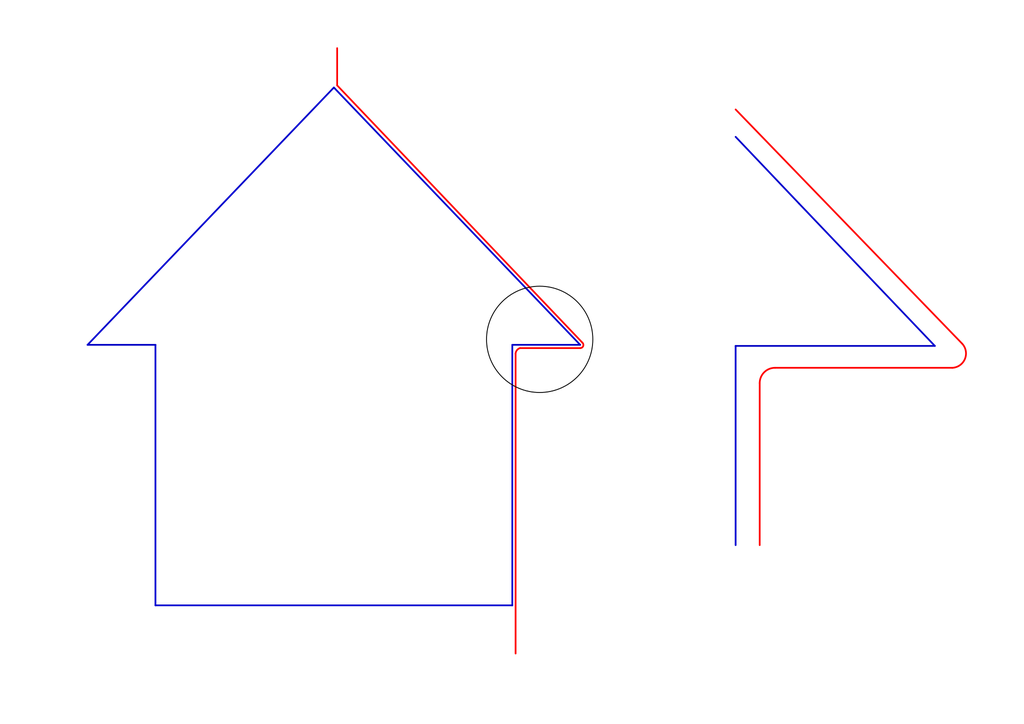
<source format=kicad_sch>
(kicad_sch
	(version 20231120)
	(generator "eeschema")
	(generator_version "8.0")
	(uuid "1168837a-9d21-4328-9a52-bd31752d15bb")
	(paper "A2")
	(title_block
		(title "Projekt elektroinštalácie rodinného domu")
		(date "2024-05-09")
		(rev "1")
		(comment 4 "001-24")
		(comment 5 "Konanie stavby: 96901 Banská Štiavnica, Belianska 1770/15")
	)
	(lib_symbols)
	(polyline
		(pts
			(xy 193.675 50.8) (xy 194.31 51.435)
		)
		(stroke
			(width 1)
			(type default)
		)
		(uuid "20e4c7e1-98d7-4afb-bf33-92f6d2d664c4")
	)
	(polyline
		(pts
			(xy 336.55 201.93) (xy 301.625 201.93)
		)
		(stroke
			(width 1)
			(type default)
			(color 255 0 0 1)
		)
		(uuid "253241b6-fed0-4d41-b0a1-924201eec33d")
	)
	(polyline
		(pts
			(xy 299.085 205.105) (xy 299.085 379.095)
		)
		(stroke
			(width 1)
			(type default)
			(color 255 0 0 1)
		)
		(uuid "253f3881-a603-42f0-b828-861175a295d3")
	)
	(polyline
		(pts
			(xy 90.17 351.155) (xy 297.18 351.155)
		)
		(stroke
			(width 1)
			(type default)
		)
		(uuid "2712281b-65ad-417d-8182-2ba817bee6a3")
	)
	(polyline
		(pts
			(xy 90.17 200.025) (xy 50.8 200.025)
		)
		(stroke
			(width 1)
			(type default)
		)
		(uuid "48cc3f10-eb29-4213-9a06-bc3fbde12e47")
	)
	(polyline
		(pts
			(xy 426.72 316.23) (xy 426.72 200.66)
		)
		(stroke
			(width 1)
			(type default)
		)
		(uuid "573439ed-1ea6-4b38-b149-320c53e3018f")
	)
	(polyline
		(pts
			(xy 542.29 200.66) (xy 426.72 200.66)
		)
		(stroke
			(width 1)
			(type default)
		)
		(uuid "5ffc04a3-7348-49a5-b458-fadf3491debd")
	)
	(polyline
		(pts
			(xy 336.55 200.025) (xy 297.18 200.025)
		)
		(stroke
			(width 1)
			(type default)
		)
		(uuid "666f9183-cbf1-423b-be86-1e2376c5d695")
	)
	(polyline
		(pts
			(xy 552.45 213.36) (xy 449.58 213.36)
		)
		(stroke
			(width 1)
			(type default)
			(color 255 0 0 1)
		)
		(uuid "6f6fd29a-3405-40c4-8a11-916c97c398dc")
	)
	(polyline
		(pts
			(xy 195.58 49.53) (xy 337.82 198.755)
		)
		(stroke
			(width 1)
			(type default)
			(color 255 0 0 1)
		)
		(uuid "71c0dc76-6c12-4960-8a31-d25914ba3e3b")
	)
	(polyline
		(pts
			(xy 558.165 199.39) (xy 426.72 63.5)
		)
		(stroke
			(width 1)
			(type default)
			(color 255 0 0 1)
		)
		(uuid "72865dca-8361-4e5e-8632-064ae02d86c8")
	)
	(polyline
		(pts
			(xy 90.17 200.025) (xy 90.17 351.155)
		)
		(stroke
			(width 1)
			(type default)
		)
		(uuid "75a320dd-c954-4ed5-aab8-86edccbc943d")
	)
	(polyline
		(pts
			(xy 440.69 222.25) (xy 440.69 316.23)
		)
		(stroke
			(width 1)
			(type default)
			(color 255 0 0 1)
		)
		(uuid "78bcdd39-8686-4e10-9374-4caf79ebb719")
	)
	(polyline
		(pts
			(xy 463.55 118.11) (xy 426.72 79.375)
		)
		(stroke
			(width 1)
			(type default)
		)
		(uuid "7a92dfd5-f717-4913-aa44-15dcba748d69")
	)
	(polyline
		(pts
			(xy 297.18 200.025) (xy 297.18 351.155)
		)
		(stroke
			(width 1)
			(type default)
		)
		(uuid "963a574c-8785-4d0f-bb2e-cea71798e82b")
	)
	(polyline
		(pts
			(xy 193.04 51.435) (xy 193.675 50.8)
		)
		(stroke
			(width 1)
			(type default)
		)
		(uuid "97f38fff-c714-4144-b239-43a8f0025e10")
	)
	(polyline
		(pts
			(xy 195.58 27.94) (xy 195.58 49.53)
		)
		(stroke
			(width 1)
			(type default)
			(color 255 0 0 1)
		)
		(uuid "ae96201c-69fb-4625-a7a2-2d73bfe12e42")
	)
	(polyline
		(pts
			(xy 542.29 200.66) (xy 502.92 159.385)
		)
		(stroke
			(width 1)
			(type default)
		)
		(uuid "b0238ec9-fc8d-43c3-bb4e-0eb0bdabe494")
	)
	(polyline
		(pts
			(xy 336.55 200.025) (xy 194.31 51.435)
		)
		(stroke
			(width 1)
			(type default)
		)
		(uuid "bf2046a9-f792-4d42-a3d9-11778d74494f")
	)
	(polyline
		(pts
			(xy 50.8 200.025) (xy 193.04 51.435)
		)
		(stroke
			(width 1)
			(type default)
		)
		(uuid "d2491a47-e006-4816-80f7-1f021665f1ca")
	)
	(polyline
		(pts
			(xy 502.92 159.385) (xy 463.55 118.11)
		)
		(stroke
			(width 1)
			(type default)
		)
		(uuid "db121161-02a5-4222-bacd-ac2674277c41")
	)
	(circle
		(center 313.055 196.85)
		(radius 30.8286)
		(stroke
			(width 0.5)
			(type default)
			(color 0 0 0 1)
		)
		(fill
			(type none)
		)
		(uuid 20059f7b-6be9-4a27-8abf-293df0d5dac2)
	)
	(arc
		(start 337.82 198.755)
		(mid 338.2817 200.7783)
		(end 336.55 201.93)
		(stroke
			(width 1)
			(type default)
			(color 255 0 0 1)
		)
		(fill
			(type none)
		)
		(uuid 4124d0d9-0f32-47be-b0d8-331f7d652f4c)
	)
	(arc
		(start 558.165 199.39)
		(mid 559.7425 208.1869)
		(end 552.45 213.36)
		(stroke
			(width 1)
			(type default)
			(color 255 0 0 1)
		)
		(fill
			(type none)
		)
		(uuid 8cf45cba-87fa-464a-9e2e-551331e8db22)
	)
	(arc
		(start 440.69 222.25)
		(mid 443.2909 215.9609)
		(end 449.58 213.36)
		(stroke
			(width 1)
			(type default)
			(color 255 0 0 1)
		)
		(fill
			(type none)
		)
		(uuid a02e8dbb-13b0-4ba3-94e0-915cef086e83)
	)
	(arc
		(start 299.085 205.105)
		(mid 299.8765 203.1354)
		(end 301.625 201.93)
		(stroke
			(width 1)
			(type default)
			(color 255 0 0 1)
		)
		(fill
			(type none)
		)
		(uuid b76ce9fb-ca62-460f-bb81-e4106b84e46a)
	)
)

</source>
